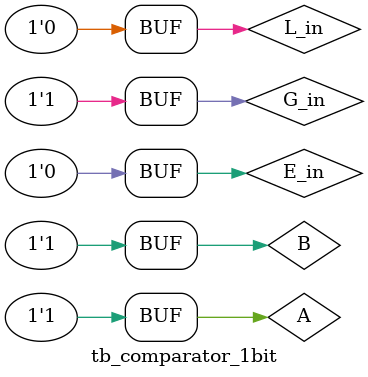
<source format=v>
`timescale 1ns / 1ps


module tb_comparator_1bit();
reg A;
reg B;
reg L_in;
reg E_in;
reg G_in;
wire L_out;
wire E_out;
wire G_out;

comparator_1bit uut(.A(A),.B(B),.L_in(L_in),.E_in(E_in),.G_in(G_in),.L_out(L_out),.E_out(E_out),.G_out(G_out));
initial begin
    A = 0;
    B = 0;
    L_in = 0;
    E_in = 1;
    G_in = 0;
    #10
    A = 0;
    B = 1;
    L_in = 0;
    E_in = 1;
    G_in = 0;
    #10
    A = 1;
    B = 0;
    L_in = 0;
    E_in = 1;
    G_in = 0;
    #10
    A = 1;
    B = 1;
    L_in = 0;
    E_in = 1;
    G_in = 0;
    #10
    A = 1;
    B = 1;
    L_in = 1;
    E_in = 0;
    G_in = 0;
    #10
    A = 1;
    B = 1;
    L_in = 0;
    E_in = 0;
    G_in = 1;
end
endmodule

</source>
